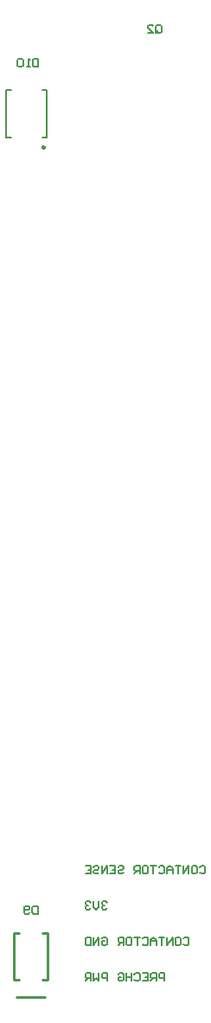
<source format=gbo>
G04*
G04 #@! TF.GenerationSoftware,Altium Limited,Altium Designer,19.1.7 (138)*
G04*
G04 Layer_Color=32896*
%FSLAX25Y25*%
%MOIN*%
G70*
G01*
G75*
%ADD11C,0.01000*%
%ADD12C,0.00984*%
%ADD15C,0.00787*%
%ADD16C,0.00591*%
D11*
X26205Y11811D02*
X37205D01*
X37996Y18433D02*
Y36433D01*
X35996Y18433D02*
X37996D01*
X24996D02*
Y36433D01*
Y18433D02*
X26996D01*
X35996Y36433D02*
X37996D01*
X24996D02*
X26996D01*
D12*
X37028Y339447D02*
G03*
X37028Y339447I-492J0D01*
G01*
D15*
X22047Y361417D02*
X23898D01*
X22047Y343307D02*
X23898D01*
X35945Y361417D02*
X37795D01*
X35945Y343307D02*
X37795D01*
X22047D02*
Y361417D01*
X37795Y343307D02*
Y361417D01*
D16*
X96710Y62073D02*
X97235Y62597D01*
X98285D01*
X98809Y62073D01*
Y59974D01*
X98285Y59449D01*
X97235D01*
X96710Y59974D01*
X94087Y62597D02*
X95136D01*
X95661Y62073D01*
Y59974D01*
X95136Y59449D01*
X94087D01*
X93562Y59974D01*
Y62073D01*
X94087Y62597D01*
X92512Y59449D02*
Y62597D01*
X90413Y59449D01*
Y62597D01*
X89364D02*
X87265D01*
X88314D01*
Y59449D01*
X86215D02*
Y61548D01*
X85166Y62597D01*
X84116Y61548D01*
Y59449D01*
Y61023D01*
X86215D01*
X80967Y62073D02*
X81492Y62597D01*
X82542D01*
X83066Y62073D01*
Y59974D01*
X82542Y59449D01*
X81492D01*
X80967Y59974D01*
X79918Y62597D02*
X77819D01*
X78868D01*
Y59449D01*
X75195Y62597D02*
X76245D01*
X76769Y62073D01*
Y59974D01*
X76245Y59449D01*
X75195D01*
X74670Y59974D01*
Y62073D01*
X75195Y62597D01*
X73621Y59449D02*
Y62597D01*
X72046D01*
X71522Y62073D01*
Y61023D01*
X72046Y60498D01*
X73621D01*
X72571D02*
X71522Y59449D01*
X65224Y62073D02*
X65749Y62597D01*
X66799D01*
X67324Y62073D01*
Y61548D01*
X66799Y61023D01*
X65749D01*
X65224Y60498D01*
Y59974D01*
X65749Y59449D01*
X66799D01*
X67324Y59974D01*
X62076Y62597D02*
X64175D01*
Y59449D01*
X62076D01*
X64175Y61023D02*
X63125D01*
X61026Y59449D02*
Y62597D01*
X58927Y59449D01*
Y62597D01*
X55779Y62073D02*
X56304Y62597D01*
X57353D01*
X57878Y62073D01*
Y61548D01*
X57353Y61023D01*
X56304D01*
X55779Y60498D01*
Y59974D01*
X56304Y59449D01*
X57353D01*
X57878Y59974D01*
X52630Y62597D02*
X54729D01*
Y59449D01*
X52630D01*
X54729Y61023D02*
X53680D01*
X61026Y48293D02*
X60502Y48818D01*
X59452D01*
X58927Y48293D01*
Y47768D01*
X59452Y47244D01*
X59977D01*
X59452D01*
X58927Y46719D01*
Y46194D01*
X59452Y45669D01*
X60502D01*
X61026Y46194D01*
X57878Y48818D02*
Y46719D01*
X56828Y45669D01*
X55779Y46719D01*
Y48818D01*
X54729Y48293D02*
X54204Y48818D01*
X53155D01*
X52630Y48293D01*
Y47768D01*
X53155Y47244D01*
X53680D01*
X53155D01*
X52630Y46719D01*
Y46194D01*
X53155Y45669D01*
X54204D01*
X54729Y46194D01*
X90413Y34514D02*
X90938Y35038D01*
X91988D01*
X92512Y34514D01*
Y32414D01*
X91988Y31890D01*
X90938D01*
X90413Y32414D01*
X87789Y35038D02*
X88839D01*
X89364Y34514D01*
Y32414D01*
X88839Y31890D01*
X87789D01*
X87265Y32414D01*
Y34514D01*
X87789Y35038D01*
X86215Y31890D02*
Y35038D01*
X84116Y31890D01*
Y35038D01*
X83066D02*
X80967D01*
X82017D01*
Y31890D01*
X79918D02*
Y33989D01*
X78868Y35038D01*
X77819Y33989D01*
Y31890D01*
Y33464D01*
X79918D01*
X74670Y34514D02*
X75195Y35038D01*
X76245D01*
X76769Y34514D01*
Y32414D01*
X76245Y31890D01*
X75195D01*
X74670Y32414D01*
X73621Y35038D02*
X71522D01*
X72571D01*
Y31890D01*
X68898Y35038D02*
X69947D01*
X70472Y34514D01*
Y32414D01*
X69947Y31890D01*
X68898D01*
X68373Y32414D01*
Y34514D01*
X68898Y35038D01*
X67324Y31890D02*
Y35038D01*
X65749D01*
X65224Y34514D01*
Y33464D01*
X65749Y32939D01*
X67324D01*
X66274D02*
X65224Y31890D01*
X58927Y34514D02*
X59452Y35038D01*
X60502D01*
X61026Y34514D01*
Y32414D01*
X60502Y31890D01*
X59452D01*
X58927Y32414D01*
Y33464D01*
X59977D01*
X57878Y31890D02*
Y35038D01*
X55779Y31890D01*
Y35038D01*
X54729D02*
Y31890D01*
X53155D01*
X52630Y32414D01*
Y34514D01*
X53155Y35038D01*
X54729D01*
X83066Y18110D02*
Y21259D01*
X81492D01*
X80967Y20734D01*
Y19684D01*
X81492Y19160D01*
X83066D01*
X79918Y18110D02*
Y21259D01*
X78344D01*
X77819Y20734D01*
Y19684D01*
X78344Y19160D01*
X79918D01*
X78868D02*
X77819Y18110D01*
X74670Y21259D02*
X76769D01*
Y18110D01*
X74670D01*
X76769Y19684D02*
X75720D01*
X71522Y20734D02*
X72046Y21259D01*
X73096D01*
X73621Y20734D01*
Y18635D01*
X73096Y18110D01*
X72046D01*
X71522Y18635D01*
X70472Y21259D02*
Y18110D01*
Y19684D01*
X68373D01*
Y21259D01*
Y18110D01*
X65224Y20734D02*
X65749Y21259D01*
X66799D01*
X67324Y20734D01*
Y18635D01*
X66799Y18110D01*
X65749D01*
X65224Y18635D01*
Y19684D01*
X66274D01*
X61026Y18110D02*
Y21259D01*
X59452D01*
X58927Y20734D01*
Y19684D01*
X59452Y19160D01*
X61026D01*
X57878Y21259D02*
Y18110D01*
X56828Y19160D01*
X55779Y18110D01*
Y21259D01*
X54729Y18110D02*
Y21259D01*
X53155D01*
X52630Y20734D01*
Y19684D01*
X53155Y19160D01*
X54729D01*
X53680D02*
X52630Y18110D01*
X34370Y373621D02*
Y370472D01*
X32796D01*
X32271Y370997D01*
Y373096D01*
X32796Y373621D01*
X34370D01*
X31222Y370472D02*
X30172D01*
X30697D01*
Y373621D01*
X31222Y373096D01*
X28598D02*
X28073Y373621D01*
X27023D01*
X26499Y373096D01*
Y370997D01*
X27023Y370472D01*
X28073D01*
X28598Y370997D01*
Y373096D01*
X79803Y384066D02*
Y386165D01*
X80328Y386689D01*
X81377D01*
X81902Y386165D01*
Y384066D01*
X81377Y383541D01*
X80328D01*
X80852Y384591D02*
X79803Y383541D01*
X80328D02*
X79803Y384066D01*
X76654Y383541D02*
X78753D01*
X76654Y385640D01*
Y386165D01*
X77179Y386689D01*
X78228D01*
X78753Y386165D01*
X34252Y47046D02*
Y43898D01*
X32678D01*
X32153Y44422D01*
Y46521D01*
X32678Y47046D01*
X34252D01*
X31103Y44422D02*
X30579Y43898D01*
X29529D01*
X29004Y44422D01*
Y46521D01*
X29529Y47046D01*
X30579D01*
X31103Y46521D01*
Y45997D01*
X30579Y45472D01*
X29004D01*
M02*

</source>
